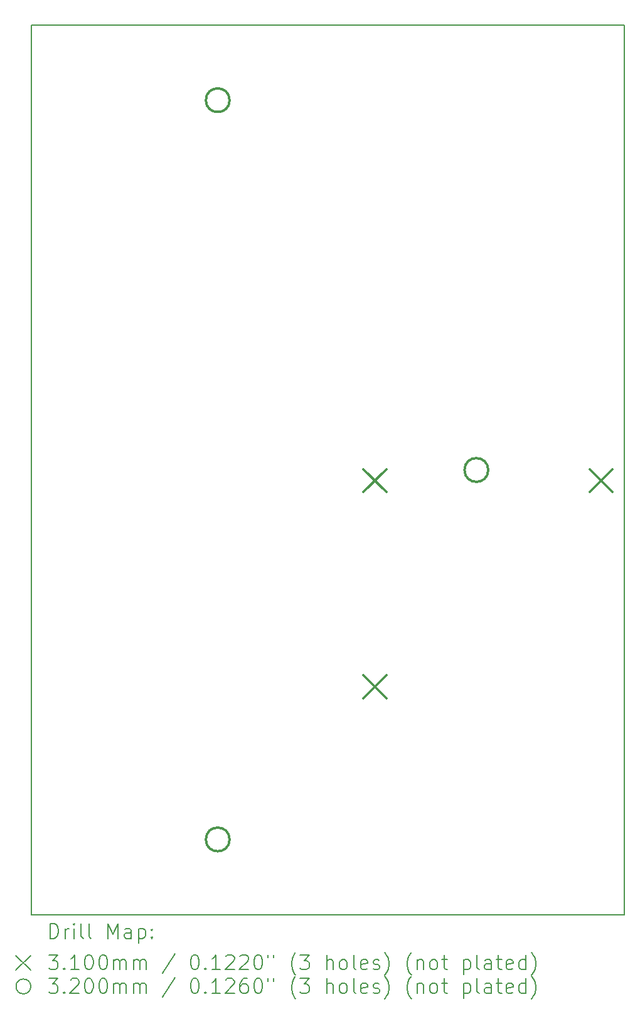
<source format=gbr>
%TF.GenerationSoftware,KiCad,Pcbnew,8.0.1*%
%TF.CreationDate,2024-06-28T04:06:24+07:00*%
%TF.ProjectId,kicad-weight-scale-6-ch,6b696361-642d-4776-9569-6768742d7363,rev?*%
%TF.SameCoordinates,Original*%
%TF.FileFunction,Drillmap*%
%TF.FilePolarity,Positive*%
%FSLAX45Y45*%
G04 Gerber Fmt 4.5, Leading zero omitted, Abs format (unit mm)*
G04 Created by KiCad (PCBNEW 8.0.1) date 2024-06-28 04:06:24*
%MOMM*%
%LPD*%
G01*
G04 APERTURE LIST*
%ADD10C,0.200000*%
%ADD11C,0.310000*%
%ADD12C,0.320000*%
G04 APERTURE END LIST*
D10*
X10388000Y-3354000D02*
X18388000Y-3354000D01*
X18388000Y-15354000D01*
X10388000Y-15354000D01*
X10388000Y-3354000D01*
D11*
X14867000Y-9345000D02*
X15177000Y-9655000D01*
X15177000Y-9345000D02*
X14867000Y-9655000D01*
X14867000Y-12125000D02*
X15177000Y-12435000D01*
X15177000Y-12125000D02*
X14867000Y-12435000D01*
X17917000Y-9345000D02*
X18227000Y-9655000D01*
X18227000Y-9345000D02*
X17917000Y-9655000D01*
D12*
X13060000Y-4365000D02*
G75*
G02*
X12740000Y-4365000I-160000J0D01*
G01*
X12740000Y-4365000D02*
G75*
G02*
X13060000Y-4365000I160000J0D01*
G01*
X13060000Y-14340000D02*
G75*
G02*
X12740000Y-14340000I-160000J0D01*
G01*
X12740000Y-14340000D02*
G75*
G02*
X13060000Y-14340000I160000J0D01*
G01*
X16550000Y-9355000D02*
G75*
G02*
X16230000Y-9355000I-160000J0D01*
G01*
X16230000Y-9355000D02*
G75*
G02*
X16550000Y-9355000I160000J0D01*
G01*
D10*
X10638777Y-15675484D02*
X10638777Y-15475484D01*
X10638777Y-15475484D02*
X10686396Y-15475484D01*
X10686396Y-15475484D02*
X10714967Y-15485008D01*
X10714967Y-15485008D02*
X10734015Y-15504055D01*
X10734015Y-15504055D02*
X10743539Y-15523103D01*
X10743539Y-15523103D02*
X10753063Y-15561198D01*
X10753063Y-15561198D02*
X10753063Y-15589769D01*
X10753063Y-15589769D02*
X10743539Y-15627865D01*
X10743539Y-15627865D02*
X10734015Y-15646912D01*
X10734015Y-15646912D02*
X10714967Y-15665960D01*
X10714967Y-15665960D02*
X10686396Y-15675484D01*
X10686396Y-15675484D02*
X10638777Y-15675484D01*
X10838777Y-15675484D02*
X10838777Y-15542150D01*
X10838777Y-15580246D02*
X10848301Y-15561198D01*
X10848301Y-15561198D02*
X10857824Y-15551674D01*
X10857824Y-15551674D02*
X10876872Y-15542150D01*
X10876872Y-15542150D02*
X10895920Y-15542150D01*
X10962586Y-15675484D02*
X10962586Y-15542150D01*
X10962586Y-15475484D02*
X10953063Y-15485008D01*
X10953063Y-15485008D02*
X10962586Y-15494531D01*
X10962586Y-15494531D02*
X10972110Y-15485008D01*
X10972110Y-15485008D02*
X10962586Y-15475484D01*
X10962586Y-15475484D02*
X10962586Y-15494531D01*
X11086396Y-15675484D02*
X11067348Y-15665960D01*
X11067348Y-15665960D02*
X11057824Y-15646912D01*
X11057824Y-15646912D02*
X11057824Y-15475484D01*
X11191158Y-15675484D02*
X11172110Y-15665960D01*
X11172110Y-15665960D02*
X11162586Y-15646912D01*
X11162586Y-15646912D02*
X11162586Y-15475484D01*
X11419729Y-15675484D02*
X11419729Y-15475484D01*
X11419729Y-15475484D02*
X11486396Y-15618341D01*
X11486396Y-15618341D02*
X11553062Y-15475484D01*
X11553062Y-15475484D02*
X11553062Y-15675484D01*
X11734015Y-15675484D02*
X11734015Y-15570722D01*
X11734015Y-15570722D02*
X11724491Y-15551674D01*
X11724491Y-15551674D02*
X11705443Y-15542150D01*
X11705443Y-15542150D02*
X11667348Y-15542150D01*
X11667348Y-15542150D02*
X11648301Y-15551674D01*
X11734015Y-15665960D02*
X11714967Y-15675484D01*
X11714967Y-15675484D02*
X11667348Y-15675484D01*
X11667348Y-15675484D02*
X11648301Y-15665960D01*
X11648301Y-15665960D02*
X11638777Y-15646912D01*
X11638777Y-15646912D02*
X11638777Y-15627865D01*
X11638777Y-15627865D02*
X11648301Y-15608817D01*
X11648301Y-15608817D02*
X11667348Y-15599293D01*
X11667348Y-15599293D02*
X11714967Y-15599293D01*
X11714967Y-15599293D02*
X11734015Y-15589769D01*
X11829253Y-15542150D02*
X11829253Y-15742150D01*
X11829253Y-15551674D02*
X11848301Y-15542150D01*
X11848301Y-15542150D02*
X11886396Y-15542150D01*
X11886396Y-15542150D02*
X11905443Y-15551674D01*
X11905443Y-15551674D02*
X11914967Y-15561198D01*
X11914967Y-15561198D02*
X11924491Y-15580246D01*
X11924491Y-15580246D02*
X11924491Y-15637388D01*
X11924491Y-15637388D02*
X11914967Y-15656436D01*
X11914967Y-15656436D02*
X11905443Y-15665960D01*
X11905443Y-15665960D02*
X11886396Y-15675484D01*
X11886396Y-15675484D02*
X11848301Y-15675484D01*
X11848301Y-15675484D02*
X11829253Y-15665960D01*
X12010205Y-15656436D02*
X12019729Y-15665960D01*
X12019729Y-15665960D02*
X12010205Y-15675484D01*
X12010205Y-15675484D02*
X12000682Y-15665960D01*
X12000682Y-15665960D02*
X12010205Y-15656436D01*
X12010205Y-15656436D02*
X12010205Y-15675484D01*
X12010205Y-15551674D02*
X12019729Y-15561198D01*
X12019729Y-15561198D02*
X12010205Y-15570722D01*
X12010205Y-15570722D02*
X12000682Y-15561198D01*
X12000682Y-15561198D02*
X12010205Y-15551674D01*
X12010205Y-15551674D02*
X12010205Y-15570722D01*
X10178000Y-15904000D02*
X10378000Y-16104000D01*
X10378000Y-15904000D02*
X10178000Y-16104000D01*
X10619729Y-15895484D02*
X10743539Y-15895484D01*
X10743539Y-15895484D02*
X10676872Y-15971674D01*
X10676872Y-15971674D02*
X10705444Y-15971674D01*
X10705444Y-15971674D02*
X10724491Y-15981198D01*
X10724491Y-15981198D02*
X10734015Y-15990722D01*
X10734015Y-15990722D02*
X10743539Y-16009769D01*
X10743539Y-16009769D02*
X10743539Y-16057388D01*
X10743539Y-16057388D02*
X10734015Y-16076436D01*
X10734015Y-16076436D02*
X10724491Y-16085960D01*
X10724491Y-16085960D02*
X10705444Y-16095484D01*
X10705444Y-16095484D02*
X10648301Y-16095484D01*
X10648301Y-16095484D02*
X10629253Y-16085960D01*
X10629253Y-16085960D02*
X10619729Y-16076436D01*
X10829253Y-16076436D02*
X10838777Y-16085960D01*
X10838777Y-16085960D02*
X10829253Y-16095484D01*
X10829253Y-16095484D02*
X10819729Y-16085960D01*
X10819729Y-16085960D02*
X10829253Y-16076436D01*
X10829253Y-16076436D02*
X10829253Y-16095484D01*
X11029253Y-16095484D02*
X10914967Y-16095484D01*
X10972110Y-16095484D02*
X10972110Y-15895484D01*
X10972110Y-15895484D02*
X10953063Y-15924055D01*
X10953063Y-15924055D02*
X10934015Y-15943103D01*
X10934015Y-15943103D02*
X10914967Y-15952627D01*
X11153063Y-15895484D02*
X11172110Y-15895484D01*
X11172110Y-15895484D02*
X11191158Y-15905008D01*
X11191158Y-15905008D02*
X11200682Y-15914531D01*
X11200682Y-15914531D02*
X11210205Y-15933579D01*
X11210205Y-15933579D02*
X11219729Y-15971674D01*
X11219729Y-15971674D02*
X11219729Y-16019293D01*
X11219729Y-16019293D02*
X11210205Y-16057388D01*
X11210205Y-16057388D02*
X11200682Y-16076436D01*
X11200682Y-16076436D02*
X11191158Y-16085960D01*
X11191158Y-16085960D02*
X11172110Y-16095484D01*
X11172110Y-16095484D02*
X11153063Y-16095484D01*
X11153063Y-16095484D02*
X11134015Y-16085960D01*
X11134015Y-16085960D02*
X11124491Y-16076436D01*
X11124491Y-16076436D02*
X11114967Y-16057388D01*
X11114967Y-16057388D02*
X11105444Y-16019293D01*
X11105444Y-16019293D02*
X11105444Y-15971674D01*
X11105444Y-15971674D02*
X11114967Y-15933579D01*
X11114967Y-15933579D02*
X11124491Y-15914531D01*
X11124491Y-15914531D02*
X11134015Y-15905008D01*
X11134015Y-15905008D02*
X11153063Y-15895484D01*
X11343539Y-15895484D02*
X11362586Y-15895484D01*
X11362586Y-15895484D02*
X11381634Y-15905008D01*
X11381634Y-15905008D02*
X11391158Y-15914531D01*
X11391158Y-15914531D02*
X11400682Y-15933579D01*
X11400682Y-15933579D02*
X11410205Y-15971674D01*
X11410205Y-15971674D02*
X11410205Y-16019293D01*
X11410205Y-16019293D02*
X11400682Y-16057388D01*
X11400682Y-16057388D02*
X11391158Y-16076436D01*
X11391158Y-16076436D02*
X11381634Y-16085960D01*
X11381634Y-16085960D02*
X11362586Y-16095484D01*
X11362586Y-16095484D02*
X11343539Y-16095484D01*
X11343539Y-16095484D02*
X11324491Y-16085960D01*
X11324491Y-16085960D02*
X11314967Y-16076436D01*
X11314967Y-16076436D02*
X11305443Y-16057388D01*
X11305443Y-16057388D02*
X11295920Y-16019293D01*
X11295920Y-16019293D02*
X11295920Y-15971674D01*
X11295920Y-15971674D02*
X11305443Y-15933579D01*
X11305443Y-15933579D02*
X11314967Y-15914531D01*
X11314967Y-15914531D02*
X11324491Y-15905008D01*
X11324491Y-15905008D02*
X11343539Y-15895484D01*
X11495920Y-16095484D02*
X11495920Y-15962150D01*
X11495920Y-15981198D02*
X11505443Y-15971674D01*
X11505443Y-15971674D02*
X11524491Y-15962150D01*
X11524491Y-15962150D02*
X11553063Y-15962150D01*
X11553063Y-15962150D02*
X11572110Y-15971674D01*
X11572110Y-15971674D02*
X11581634Y-15990722D01*
X11581634Y-15990722D02*
X11581634Y-16095484D01*
X11581634Y-15990722D02*
X11591158Y-15971674D01*
X11591158Y-15971674D02*
X11610205Y-15962150D01*
X11610205Y-15962150D02*
X11638777Y-15962150D01*
X11638777Y-15962150D02*
X11657824Y-15971674D01*
X11657824Y-15971674D02*
X11667348Y-15990722D01*
X11667348Y-15990722D02*
X11667348Y-16095484D01*
X11762586Y-16095484D02*
X11762586Y-15962150D01*
X11762586Y-15981198D02*
X11772110Y-15971674D01*
X11772110Y-15971674D02*
X11791158Y-15962150D01*
X11791158Y-15962150D02*
X11819729Y-15962150D01*
X11819729Y-15962150D02*
X11838777Y-15971674D01*
X11838777Y-15971674D02*
X11848301Y-15990722D01*
X11848301Y-15990722D02*
X11848301Y-16095484D01*
X11848301Y-15990722D02*
X11857824Y-15971674D01*
X11857824Y-15971674D02*
X11876872Y-15962150D01*
X11876872Y-15962150D02*
X11905443Y-15962150D01*
X11905443Y-15962150D02*
X11924491Y-15971674D01*
X11924491Y-15971674D02*
X11934015Y-15990722D01*
X11934015Y-15990722D02*
X11934015Y-16095484D01*
X12324491Y-15885960D02*
X12153063Y-16143103D01*
X12581634Y-15895484D02*
X12600682Y-15895484D01*
X12600682Y-15895484D02*
X12619729Y-15905008D01*
X12619729Y-15905008D02*
X12629253Y-15914531D01*
X12629253Y-15914531D02*
X12638777Y-15933579D01*
X12638777Y-15933579D02*
X12648301Y-15971674D01*
X12648301Y-15971674D02*
X12648301Y-16019293D01*
X12648301Y-16019293D02*
X12638777Y-16057388D01*
X12638777Y-16057388D02*
X12629253Y-16076436D01*
X12629253Y-16076436D02*
X12619729Y-16085960D01*
X12619729Y-16085960D02*
X12600682Y-16095484D01*
X12600682Y-16095484D02*
X12581634Y-16095484D01*
X12581634Y-16095484D02*
X12562586Y-16085960D01*
X12562586Y-16085960D02*
X12553063Y-16076436D01*
X12553063Y-16076436D02*
X12543539Y-16057388D01*
X12543539Y-16057388D02*
X12534015Y-16019293D01*
X12534015Y-16019293D02*
X12534015Y-15971674D01*
X12534015Y-15971674D02*
X12543539Y-15933579D01*
X12543539Y-15933579D02*
X12553063Y-15914531D01*
X12553063Y-15914531D02*
X12562586Y-15905008D01*
X12562586Y-15905008D02*
X12581634Y-15895484D01*
X12734015Y-16076436D02*
X12743539Y-16085960D01*
X12743539Y-16085960D02*
X12734015Y-16095484D01*
X12734015Y-16095484D02*
X12724491Y-16085960D01*
X12724491Y-16085960D02*
X12734015Y-16076436D01*
X12734015Y-16076436D02*
X12734015Y-16095484D01*
X12934015Y-16095484D02*
X12819729Y-16095484D01*
X12876872Y-16095484D02*
X12876872Y-15895484D01*
X12876872Y-15895484D02*
X12857825Y-15924055D01*
X12857825Y-15924055D02*
X12838777Y-15943103D01*
X12838777Y-15943103D02*
X12819729Y-15952627D01*
X13010206Y-15914531D02*
X13019729Y-15905008D01*
X13019729Y-15905008D02*
X13038777Y-15895484D01*
X13038777Y-15895484D02*
X13086396Y-15895484D01*
X13086396Y-15895484D02*
X13105444Y-15905008D01*
X13105444Y-15905008D02*
X13114967Y-15914531D01*
X13114967Y-15914531D02*
X13124491Y-15933579D01*
X13124491Y-15933579D02*
X13124491Y-15952627D01*
X13124491Y-15952627D02*
X13114967Y-15981198D01*
X13114967Y-15981198D02*
X13000682Y-16095484D01*
X13000682Y-16095484D02*
X13124491Y-16095484D01*
X13200682Y-15914531D02*
X13210206Y-15905008D01*
X13210206Y-15905008D02*
X13229253Y-15895484D01*
X13229253Y-15895484D02*
X13276872Y-15895484D01*
X13276872Y-15895484D02*
X13295920Y-15905008D01*
X13295920Y-15905008D02*
X13305444Y-15914531D01*
X13305444Y-15914531D02*
X13314967Y-15933579D01*
X13314967Y-15933579D02*
X13314967Y-15952627D01*
X13314967Y-15952627D02*
X13305444Y-15981198D01*
X13305444Y-15981198D02*
X13191158Y-16095484D01*
X13191158Y-16095484D02*
X13314967Y-16095484D01*
X13438777Y-15895484D02*
X13457825Y-15895484D01*
X13457825Y-15895484D02*
X13476872Y-15905008D01*
X13476872Y-15905008D02*
X13486396Y-15914531D01*
X13486396Y-15914531D02*
X13495920Y-15933579D01*
X13495920Y-15933579D02*
X13505444Y-15971674D01*
X13505444Y-15971674D02*
X13505444Y-16019293D01*
X13505444Y-16019293D02*
X13495920Y-16057388D01*
X13495920Y-16057388D02*
X13486396Y-16076436D01*
X13486396Y-16076436D02*
X13476872Y-16085960D01*
X13476872Y-16085960D02*
X13457825Y-16095484D01*
X13457825Y-16095484D02*
X13438777Y-16095484D01*
X13438777Y-16095484D02*
X13419729Y-16085960D01*
X13419729Y-16085960D02*
X13410206Y-16076436D01*
X13410206Y-16076436D02*
X13400682Y-16057388D01*
X13400682Y-16057388D02*
X13391158Y-16019293D01*
X13391158Y-16019293D02*
X13391158Y-15971674D01*
X13391158Y-15971674D02*
X13400682Y-15933579D01*
X13400682Y-15933579D02*
X13410206Y-15914531D01*
X13410206Y-15914531D02*
X13419729Y-15905008D01*
X13419729Y-15905008D02*
X13438777Y-15895484D01*
X13581634Y-15895484D02*
X13581634Y-15933579D01*
X13657825Y-15895484D02*
X13657825Y-15933579D01*
X13953063Y-16171674D02*
X13943539Y-16162150D01*
X13943539Y-16162150D02*
X13924491Y-16133579D01*
X13924491Y-16133579D02*
X13914968Y-16114531D01*
X13914968Y-16114531D02*
X13905444Y-16085960D01*
X13905444Y-16085960D02*
X13895920Y-16038341D01*
X13895920Y-16038341D02*
X13895920Y-16000246D01*
X13895920Y-16000246D02*
X13905444Y-15952627D01*
X13905444Y-15952627D02*
X13914968Y-15924055D01*
X13914968Y-15924055D02*
X13924491Y-15905008D01*
X13924491Y-15905008D02*
X13943539Y-15876436D01*
X13943539Y-15876436D02*
X13953063Y-15866912D01*
X14010206Y-15895484D02*
X14134015Y-15895484D01*
X14134015Y-15895484D02*
X14067348Y-15971674D01*
X14067348Y-15971674D02*
X14095920Y-15971674D01*
X14095920Y-15971674D02*
X14114968Y-15981198D01*
X14114968Y-15981198D02*
X14124491Y-15990722D01*
X14124491Y-15990722D02*
X14134015Y-16009769D01*
X14134015Y-16009769D02*
X14134015Y-16057388D01*
X14134015Y-16057388D02*
X14124491Y-16076436D01*
X14124491Y-16076436D02*
X14114968Y-16085960D01*
X14114968Y-16085960D02*
X14095920Y-16095484D01*
X14095920Y-16095484D02*
X14038777Y-16095484D01*
X14038777Y-16095484D02*
X14019729Y-16085960D01*
X14019729Y-16085960D02*
X14010206Y-16076436D01*
X14372110Y-16095484D02*
X14372110Y-15895484D01*
X14457825Y-16095484D02*
X14457825Y-15990722D01*
X14457825Y-15990722D02*
X14448301Y-15971674D01*
X14448301Y-15971674D02*
X14429253Y-15962150D01*
X14429253Y-15962150D02*
X14400682Y-15962150D01*
X14400682Y-15962150D02*
X14381634Y-15971674D01*
X14381634Y-15971674D02*
X14372110Y-15981198D01*
X14581634Y-16095484D02*
X14562587Y-16085960D01*
X14562587Y-16085960D02*
X14553063Y-16076436D01*
X14553063Y-16076436D02*
X14543539Y-16057388D01*
X14543539Y-16057388D02*
X14543539Y-16000246D01*
X14543539Y-16000246D02*
X14553063Y-15981198D01*
X14553063Y-15981198D02*
X14562587Y-15971674D01*
X14562587Y-15971674D02*
X14581634Y-15962150D01*
X14581634Y-15962150D02*
X14610206Y-15962150D01*
X14610206Y-15962150D02*
X14629253Y-15971674D01*
X14629253Y-15971674D02*
X14638777Y-15981198D01*
X14638777Y-15981198D02*
X14648301Y-16000246D01*
X14648301Y-16000246D02*
X14648301Y-16057388D01*
X14648301Y-16057388D02*
X14638777Y-16076436D01*
X14638777Y-16076436D02*
X14629253Y-16085960D01*
X14629253Y-16085960D02*
X14610206Y-16095484D01*
X14610206Y-16095484D02*
X14581634Y-16095484D01*
X14762587Y-16095484D02*
X14743539Y-16085960D01*
X14743539Y-16085960D02*
X14734015Y-16066912D01*
X14734015Y-16066912D02*
X14734015Y-15895484D01*
X14914968Y-16085960D02*
X14895920Y-16095484D01*
X14895920Y-16095484D02*
X14857825Y-16095484D01*
X14857825Y-16095484D02*
X14838777Y-16085960D01*
X14838777Y-16085960D02*
X14829253Y-16066912D01*
X14829253Y-16066912D02*
X14829253Y-15990722D01*
X14829253Y-15990722D02*
X14838777Y-15971674D01*
X14838777Y-15971674D02*
X14857825Y-15962150D01*
X14857825Y-15962150D02*
X14895920Y-15962150D01*
X14895920Y-15962150D02*
X14914968Y-15971674D01*
X14914968Y-15971674D02*
X14924491Y-15990722D01*
X14924491Y-15990722D02*
X14924491Y-16009769D01*
X14924491Y-16009769D02*
X14829253Y-16028817D01*
X15000682Y-16085960D02*
X15019730Y-16095484D01*
X15019730Y-16095484D02*
X15057825Y-16095484D01*
X15057825Y-16095484D02*
X15076872Y-16085960D01*
X15076872Y-16085960D02*
X15086396Y-16066912D01*
X15086396Y-16066912D02*
X15086396Y-16057388D01*
X15086396Y-16057388D02*
X15076872Y-16038341D01*
X15076872Y-16038341D02*
X15057825Y-16028817D01*
X15057825Y-16028817D02*
X15029253Y-16028817D01*
X15029253Y-16028817D02*
X15010206Y-16019293D01*
X15010206Y-16019293D02*
X15000682Y-16000246D01*
X15000682Y-16000246D02*
X15000682Y-15990722D01*
X15000682Y-15990722D02*
X15010206Y-15971674D01*
X15010206Y-15971674D02*
X15029253Y-15962150D01*
X15029253Y-15962150D02*
X15057825Y-15962150D01*
X15057825Y-15962150D02*
X15076872Y-15971674D01*
X15153063Y-16171674D02*
X15162587Y-16162150D01*
X15162587Y-16162150D02*
X15181634Y-16133579D01*
X15181634Y-16133579D02*
X15191158Y-16114531D01*
X15191158Y-16114531D02*
X15200682Y-16085960D01*
X15200682Y-16085960D02*
X15210206Y-16038341D01*
X15210206Y-16038341D02*
X15210206Y-16000246D01*
X15210206Y-16000246D02*
X15200682Y-15952627D01*
X15200682Y-15952627D02*
X15191158Y-15924055D01*
X15191158Y-15924055D02*
X15181634Y-15905008D01*
X15181634Y-15905008D02*
X15162587Y-15876436D01*
X15162587Y-15876436D02*
X15153063Y-15866912D01*
X15514968Y-16171674D02*
X15505444Y-16162150D01*
X15505444Y-16162150D02*
X15486396Y-16133579D01*
X15486396Y-16133579D02*
X15476872Y-16114531D01*
X15476872Y-16114531D02*
X15467349Y-16085960D01*
X15467349Y-16085960D02*
X15457825Y-16038341D01*
X15457825Y-16038341D02*
X15457825Y-16000246D01*
X15457825Y-16000246D02*
X15467349Y-15952627D01*
X15467349Y-15952627D02*
X15476872Y-15924055D01*
X15476872Y-15924055D02*
X15486396Y-15905008D01*
X15486396Y-15905008D02*
X15505444Y-15876436D01*
X15505444Y-15876436D02*
X15514968Y-15866912D01*
X15591158Y-15962150D02*
X15591158Y-16095484D01*
X15591158Y-15981198D02*
X15600682Y-15971674D01*
X15600682Y-15971674D02*
X15619730Y-15962150D01*
X15619730Y-15962150D02*
X15648301Y-15962150D01*
X15648301Y-15962150D02*
X15667349Y-15971674D01*
X15667349Y-15971674D02*
X15676872Y-15990722D01*
X15676872Y-15990722D02*
X15676872Y-16095484D01*
X15800682Y-16095484D02*
X15781634Y-16085960D01*
X15781634Y-16085960D02*
X15772111Y-16076436D01*
X15772111Y-16076436D02*
X15762587Y-16057388D01*
X15762587Y-16057388D02*
X15762587Y-16000246D01*
X15762587Y-16000246D02*
X15772111Y-15981198D01*
X15772111Y-15981198D02*
X15781634Y-15971674D01*
X15781634Y-15971674D02*
X15800682Y-15962150D01*
X15800682Y-15962150D02*
X15829253Y-15962150D01*
X15829253Y-15962150D02*
X15848301Y-15971674D01*
X15848301Y-15971674D02*
X15857825Y-15981198D01*
X15857825Y-15981198D02*
X15867349Y-16000246D01*
X15867349Y-16000246D02*
X15867349Y-16057388D01*
X15867349Y-16057388D02*
X15857825Y-16076436D01*
X15857825Y-16076436D02*
X15848301Y-16085960D01*
X15848301Y-16085960D02*
X15829253Y-16095484D01*
X15829253Y-16095484D02*
X15800682Y-16095484D01*
X15924492Y-15962150D02*
X16000682Y-15962150D01*
X15953063Y-15895484D02*
X15953063Y-16066912D01*
X15953063Y-16066912D02*
X15962587Y-16085960D01*
X15962587Y-16085960D02*
X15981634Y-16095484D01*
X15981634Y-16095484D02*
X16000682Y-16095484D01*
X16219730Y-15962150D02*
X16219730Y-16162150D01*
X16219730Y-15971674D02*
X16238777Y-15962150D01*
X16238777Y-15962150D02*
X16276873Y-15962150D01*
X16276873Y-15962150D02*
X16295920Y-15971674D01*
X16295920Y-15971674D02*
X16305444Y-15981198D01*
X16305444Y-15981198D02*
X16314968Y-16000246D01*
X16314968Y-16000246D02*
X16314968Y-16057388D01*
X16314968Y-16057388D02*
X16305444Y-16076436D01*
X16305444Y-16076436D02*
X16295920Y-16085960D01*
X16295920Y-16085960D02*
X16276873Y-16095484D01*
X16276873Y-16095484D02*
X16238777Y-16095484D01*
X16238777Y-16095484D02*
X16219730Y-16085960D01*
X16429253Y-16095484D02*
X16410206Y-16085960D01*
X16410206Y-16085960D02*
X16400682Y-16066912D01*
X16400682Y-16066912D02*
X16400682Y-15895484D01*
X16591158Y-16095484D02*
X16591158Y-15990722D01*
X16591158Y-15990722D02*
X16581634Y-15971674D01*
X16581634Y-15971674D02*
X16562587Y-15962150D01*
X16562587Y-15962150D02*
X16524492Y-15962150D01*
X16524492Y-15962150D02*
X16505444Y-15971674D01*
X16591158Y-16085960D02*
X16572111Y-16095484D01*
X16572111Y-16095484D02*
X16524492Y-16095484D01*
X16524492Y-16095484D02*
X16505444Y-16085960D01*
X16505444Y-16085960D02*
X16495920Y-16066912D01*
X16495920Y-16066912D02*
X16495920Y-16047865D01*
X16495920Y-16047865D02*
X16505444Y-16028817D01*
X16505444Y-16028817D02*
X16524492Y-16019293D01*
X16524492Y-16019293D02*
X16572111Y-16019293D01*
X16572111Y-16019293D02*
X16591158Y-16009769D01*
X16657825Y-15962150D02*
X16734015Y-15962150D01*
X16686396Y-15895484D02*
X16686396Y-16066912D01*
X16686396Y-16066912D02*
X16695920Y-16085960D01*
X16695920Y-16085960D02*
X16714968Y-16095484D01*
X16714968Y-16095484D02*
X16734015Y-16095484D01*
X16876873Y-16085960D02*
X16857825Y-16095484D01*
X16857825Y-16095484D02*
X16819730Y-16095484D01*
X16819730Y-16095484D02*
X16800682Y-16085960D01*
X16800682Y-16085960D02*
X16791158Y-16066912D01*
X16791158Y-16066912D02*
X16791158Y-15990722D01*
X16791158Y-15990722D02*
X16800682Y-15971674D01*
X16800682Y-15971674D02*
X16819730Y-15962150D01*
X16819730Y-15962150D02*
X16857825Y-15962150D01*
X16857825Y-15962150D02*
X16876873Y-15971674D01*
X16876873Y-15971674D02*
X16886396Y-15990722D01*
X16886396Y-15990722D02*
X16886396Y-16009769D01*
X16886396Y-16009769D02*
X16791158Y-16028817D01*
X17057825Y-16095484D02*
X17057825Y-15895484D01*
X17057825Y-16085960D02*
X17038777Y-16095484D01*
X17038777Y-16095484D02*
X17000682Y-16095484D01*
X17000682Y-16095484D02*
X16981635Y-16085960D01*
X16981635Y-16085960D02*
X16972111Y-16076436D01*
X16972111Y-16076436D02*
X16962587Y-16057388D01*
X16962587Y-16057388D02*
X16962587Y-16000246D01*
X16962587Y-16000246D02*
X16972111Y-15981198D01*
X16972111Y-15981198D02*
X16981635Y-15971674D01*
X16981635Y-15971674D02*
X17000682Y-15962150D01*
X17000682Y-15962150D02*
X17038777Y-15962150D01*
X17038777Y-15962150D02*
X17057825Y-15971674D01*
X17134016Y-16171674D02*
X17143539Y-16162150D01*
X17143539Y-16162150D02*
X17162587Y-16133579D01*
X17162587Y-16133579D02*
X17172111Y-16114531D01*
X17172111Y-16114531D02*
X17181635Y-16085960D01*
X17181635Y-16085960D02*
X17191158Y-16038341D01*
X17191158Y-16038341D02*
X17191158Y-16000246D01*
X17191158Y-16000246D02*
X17181635Y-15952627D01*
X17181635Y-15952627D02*
X17172111Y-15924055D01*
X17172111Y-15924055D02*
X17162587Y-15905008D01*
X17162587Y-15905008D02*
X17143539Y-15876436D01*
X17143539Y-15876436D02*
X17134016Y-15866912D01*
X10378000Y-16324000D02*
G75*
G02*
X10178000Y-16324000I-100000J0D01*
G01*
X10178000Y-16324000D02*
G75*
G02*
X10378000Y-16324000I100000J0D01*
G01*
X10619729Y-16215484D02*
X10743539Y-16215484D01*
X10743539Y-16215484D02*
X10676872Y-16291674D01*
X10676872Y-16291674D02*
X10705444Y-16291674D01*
X10705444Y-16291674D02*
X10724491Y-16301198D01*
X10724491Y-16301198D02*
X10734015Y-16310722D01*
X10734015Y-16310722D02*
X10743539Y-16329769D01*
X10743539Y-16329769D02*
X10743539Y-16377388D01*
X10743539Y-16377388D02*
X10734015Y-16396436D01*
X10734015Y-16396436D02*
X10724491Y-16405960D01*
X10724491Y-16405960D02*
X10705444Y-16415484D01*
X10705444Y-16415484D02*
X10648301Y-16415484D01*
X10648301Y-16415484D02*
X10629253Y-16405960D01*
X10629253Y-16405960D02*
X10619729Y-16396436D01*
X10829253Y-16396436D02*
X10838777Y-16405960D01*
X10838777Y-16405960D02*
X10829253Y-16415484D01*
X10829253Y-16415484D02*
X10819729Y-16405960D01*
X10819729Y-16405960D02*
X10829253Y-16396436D01*
X10829253Y-16396436D02*
X10829253Y-16415484D01*
X10914967Y-16234531D02*
X10924491Y-16225008D01*
X10924491Y-16225008D02*
X10943539Y-16215484D01*
X10943539Y-16215484D02*
X10991158Y-16215484D01*
X10991158Y-16215484D02*
X11010205Y-16225008D01*
X11010205Y-16225008D02*
X11019729Y-16234531D01*
X11019729Y-16234531D02*
X11029253Y-16253579D01*
X11029253Y-16253579D02*
X11029253Y-16272627D01*
X11029253Y-16272627D02*
X11019729Y-16301198D01*
X11019729Y-16301198D02*
X10905444Y-16415484D01*
X10905444Y-16415484D02*
X11029253Y-16415484D01*
X11153063Y-16215484D02*
X11172110Y-16215484D01*
X11172110Y-16215484D02*
X11191158Y-16225008D01*
X11191158Y-16225008D02*
X11200682Y-16234531D01*
X11200682Y-16234531D02*
X11210205Y-16253579D01*
X11210205Y-16253579D02*
X11219729Y-16291674D01*
X11219729Y-16291674D02*
X11219729Y-16339293D01*
X11219729Y-16339293D02*
X11210205Y-16377388D01*
X11210205Y-16377388D02*
X11200682Y-16396436D01*
X11200682Y-16396436D02*
X11191158Y-16405960D01*
X11191158Y-16405960D02*
X11172110Y-16415484D01*
X11172110Y-16415484D02*
X11153063Y-16415484D01*
X11153063Y-16415484D02*
X11134015Y-16405960D01*
X11134015Y-16405960D02*
X11124491Y-16396436D01*
X11124491Y-16396436D02*
X11114967Y-16377388D01*
X11114967Y-16377388D02*
X11105444Y-16339293D01*
X11105444Y-16339293D02*
X11105444Y-16291674D01*
X11105444Y-16291674D02*
X11114967Y-16253579D01*
X11114967Y-16253579D02*
X11124491Y-16234531D01*
X11124491Y-16234531D02*
X11134015Y-16225008D01*
X11134015Y-16225008D02*
X11153063Y-16215484D01*
X11343539Y-16215484D02*
X11362586Y-16215484D01*
X11362586Y-16215484D02*
X11381634Y-16225008D01*
X11381634Y-16225008D02*
X11391158Y-16234531D01*
X11391158Y-16234531D02*
X11400682Y-16253579D01*
X11400682Y-16253579D02*
X11410205Y-16291674D01*
X11410205Y-16291674D02*
X11410205Y-16339293D01*
X11410205Y-16339293D02*
X11400682Y-16377388D01*
X11400682Y-16377388D02*
X11391158Y-16396436D01*
X11391158Y-16396436D02*
X11381634Y-16405960D01*
X11381634Y-16405960D02*
X11362586Y-16415484D01*
X11362586Y-16415484D02*
X11343539Y-16415484D01*
X11343539Y-16415484D02*
X11324491Y-16405960D01*
X11324491Y-16405960D02*
X11314967Y-16396436D01*
X11314967Y-16396436D02*
X11305443Y-16377388D01*
X11305443Y-16377388D02*
X11295920Y-16339293D01*
X11295920Y-16339293D02*
X11295920Y-16291674D01*
X11295920Y-16291674D02*
X11305443Y-16253579D01*
X11305443Y-16253579D02*
X11314967Y-16234531D01*
X11314967Y-16234531D02*
X11324491Y-16225008D01*
X11324491Y-16225008D02*
X11343539Y-16215484D01*
X11495920Y-16415484D02*
X11495920Y-16282150D01*
X11495920Y-16301198D02*
X11505443Y-16291674D01*
X11505443Y-16291674D02*
X11524491Y-16282150D01*
X11524491Y-16282150D02*
X11553063Y-16282150D01*
X11553063Y-16282150D02*
X11572110Y-16291674D01*
X11572110Y-16291674D02*
X11581634Y-16310722D01*
X11581634Y-16310722D02*
X11581634Y-16415484D01*
X11581634Y-16310722D02*
X11591158Y-16291674D01*
X11591158Y-16291674D02*
X11610205Y-16282150D01*
X11610205Y-16282150D02*
X11638777Y-16282150D01*
X11638777Y-16282150D02*
X11657824Y-16291674D01*
X11657824Y-16291674D02*
X11667348Y-16310722D01*
X11667348Y-16310722D02*
X11667348Y-16415484D01*
X11762586Y-16415484D02*
X11762586Y-16282150D01*
X11762586Y-16301198D02*
X11772110Y-16291674D01*
X11772110Y-16291674D02*
X11791158Y-16282150D01*
X11791158Y-16282150D02*
X11819729Y-16282150D01*
X11819729Y-16282150D02*
X11838777Y-16291674D01*
X11838777Y-16291674D02*
X11848301Y-16310722D01*
X11848301Y-16310722D02*
X11848301Y-16415484D01*
X11848301Y-16310722D02*
X11857824Y-16291674D01*
X11857824Y-16291674D02*
X11876872Y-16282150D01*
X11876872Y-16282150D02*
X11905443Y-16282150D01*
X11905443Y-16282150D02*
X11924491Y-16291674D01*
X11924491Y-16291674D02*
X11934015Y-16310722D01*
X11934015Y-16310722D02*
X11934015Y-16415484D01*
X12324491Y-16205960D02*
X12153063Y-16463103D01*
X12581634Y-16215484D02*
X12600682Y-16215484D01*
X12600682Y-16215484D02*
X12619729Y-16225008D01*
X12619729Y-16225008D02*
X12629253Y-16234531D01*
X12629253Y-16234531D02*
X12638777Y-16253579D01*
X12638777Y-16253579D02*
X12648301Y-16291674D01*
X12648301Y-16291674D02*
X12648301Y-16339293D01*
X12648301Y-16339293D02*
X12638777Y-16377388D01*
X12638777Y-16377388D02*
X12629253Y-16396436D01*
X12629253Y-16396436D02*
X12619729Y-16405960D01*
X12619729Y-16405960D02*
X12600682Y-16415484D01*
X12600682Y-16415484D02*
X12581634Y-16415484D01*
X12581634Y-16415484D02*
X12562586Y-16405960D01*
X12562586Y-16405960D02*
X12553063Y-16396436D01*
X12553063Y-16396436D02*
X12543539Y-16377388D01*
X12543539Y-16377388D02*
X12534015Y-16339293D01*
X12534015Y-16339293D02*
X12534015Y-16291674D01*
X12534015Y-16291674D02*
X12543539Y-16253579D01*
X12543539Y-16253579D02*
X12553063Y-16234531D01*
X12553063Y-16234531D02*
X12562586Y-16225008D01*
X12562586Y-16225008D02*
X12581634Y-16215484D01*
X12734015Y-16396436D02*
X12743539Y-16405960D01*
X12743539Y-16405960D02*
X12734015Y-16415484D01*
X12734015Y-16415484D02*
X12724491Y-16405960D01*
X12724491Y-16405960D02*
X12734015Y-16396436D01*
X12734015Y-16396436D02*
X12734015Y-16415484D01*
X12934015Y-16415484D02*
X12819729Y-16415484D01*
X12876872Y-16415484D02*
X12876872Y-16215484D01*
X12876872Y-16215484D02*
X12857825Y-16244055D01*
X12857825Y-16244055D02*
X12838777Y-16263103D01*
X12838777Y-16263103D02*
X12819729Y-16272627D01*
X13010206Y-16234531D02*
X13019729Y-16225008D01*
X13019729Y-16225008D02*
X13038777Y-16215484D01*
X13038777Y-16215484D02*
X13086396Y-16215484D01*
X13086396Y-16215484D02*
X13105444Y-16225008D01*
X13105444Y-16225008D02*
X13114967Y-16234531D01*
X13114967Y-16234531D02*
X13124491Y-16253579D01*
X13124491Y-16253579D02*
X13124491Y-16272627D01*
X13124491Y-16272627D02*
X13114967Y-16301198D01*
X13114967Y-16301198D02*
X13000682Y-16415484D01*
X13000682Y-16415484D02*
X13124491Y-16415484D01*
X13295920Y-16215484D02*
X13257825Y-16215484D01*
X13257825Y-16215484D02*
X13238777Y-16225008D01*
X13238777Y-16225008D02*
X13229253Y-16234531D01*
X13229253Y-16234531D02*
X13210206Y-16263103D01*
X13210206Y-16263103D02*
X13200682Y-16301198D01*
X13200682Y-16301198D02*
X13200682Y-16377388D01*
X13200682Y-16377388D02*
X13210206Y-16396436D01*
X13210206Y-16396436D02*
X13219729Y-16405960D01*
X13219729Y-16405960D02*
X13238777Y-16415484D01*
X13238777Y-16415484D02*
X13276872Y-16415484D01*
X13276872Y-16415484D02*
X13295920Y-16405960D01*
X13295920Y-16405960D02*
X13305444Y-16396436D01*
X13305444Y-16396436D02*
X13314967Y-16377388D01*
X13314967Y-16377388D02*
X13314967Y-16329769D01*
X13314967Y-16329769D02*
X13305444Y-16310722D01*
X13305444Y-16310722D02*
X13295920Y-16301198D01*
X13295920Y-16301198D02*
X13276872Y-16291674D01*
X13276872Y-16291674D02*
X13238777Y-16291674D01*
X13238777Y-16291674D02*
X13219729Y-16301198D01*
X13219729Y-16301198D02*
X13210206Y-16310722D01*
X13210206Y-16310722D02*
X13200682Y-16329769D01*
X13438777Y-16215484D02*
X13457825Y-16215484D01*
X13457825Y-16215484D02*
X13476872Y-16225008D01*
X13476872Y-16225008D02*
X13486396Y-16234531D01*
X13486396Y-16234531D02*
X13495920Y-16253579D01*
X13495920Y-16253579D02*
X13505444Y-16291674D01*
X13505444Y-16291674D02*
X13505444Y-16339293D01*
X13505444Y-16339293D02*
X13495920Y-16377388D01*
X13495920Y-16377388D02*
X13486396Y-16396436D01*
X13486396Y-16396436D02*
X13476872Y-16405960D01*
X13476872Y-16405960D02*
X13457825Y-16415484D01*
X13457825Y-16415484D02*
X13438777Y-16415484D01*
X13438777Y-16415484D02*
X13419729Y-16405960D01*
X13419729Y-16405960D02*
X13410206Y-16396436D01*
X13410206Y-16396436D02*
X13400682Y-16377388D01*
X13400682Y-16377388D02*
X13391158Y-16339293D01*
X13391158Y-16339293D02*
X13391158Y-16291674D01*
X13391158Y-16291674D02*
X13400682Y-16253579D01*
X13400682Y-16253579D02*
X13410206Y-16234531D01*
X13410206Y-16234531D02*
X13419729Y-16225008D01*
X13419729Y-16225008D02*
X13438777Y-16215484D01*
X13581634Y-16215484D02*
X13581634Y-16253579D01*
X13657825Y-16215484D02*
X13657825Y-16253579D01*
X13953063Y-16491674D02*
X13943539Y-16482150D01*
X13943539Y-16482150D02*
X13924491Y-16453579D01*
X13924491Y-16453579D02*
X13914968Y-16434531D01*
X13914968Y-16434531D02*
X13905444Y-16405960D01*
X13905444Y-16405960D02*
X13895920Y-16358341D01*
X13895920Y-16358341D02*
X13895920Y-16320246D01*
X13895920Y-16320246D02*
X13905444Y-16272627D01*
X13905444Y-16272627D02*
X13914968Y-16244055D01*
X13914968Y-16244055D02*
X13924491Y-16225008D01*
X13924491Y-16225008D02*
X13943539Y-16196436D01*
X13943539Y-16196436D02*
X13953063Y-16186912D01*
X14010206Y-16215484D02*
X14134015Y-16215484D01*
X14134015Y-16215484D02*
X14067348Y-16291674D01*
X14067348Y-16291674D02*
X14095920Y-16291674D01*
X14095920Y-16291674D02*
X14114968Y-16301198D01*
X14114968Y-16301198D02*
X14124491Y-16310722D01*
X14124491Y-16310722D02*
X14134015Y-16329769D01*
X14134015Y-16329769D02*
X14134015Y-16377388D01*
X14134015Y-16377388D02*
X14124491Y-16396436D01*
X14124491Y-16396436D02*
X14114968Y-16405960D01*
X14114968Y-16405960D02*
X14095920Y-16415484D01*
X14095920Y-16415484D02*
X14038777Y-16415484D01*
X14038777Y-16415484D02*
X14019729Y-16405960D01*
X14019729Y-16405960D02*
X14010206Y-16396436D01*
X14372110Y-16415484D02*
X14372110Y-16215484D01*
X14457825Y-16415484D02*
X14457825Y-16310722D01*
X14457825Y-16310722D02*
X14448301Y-16291674D01*
X14448301Y-16291674D02*
X14429253Y-16282150D01*
X14429253Y-16282150D02*
X14400682Y-16282150D01*
X14400682Y-16282150D02*
X14381634Y-16291674D01*
X14381634Y-16291674D02*
X14372110Y-16301198D01*
X14581634Y-16415484D02*
X14562587Y-16405960D01*
X14562587Y-16405960D02*
X14553063Y-16396436D01*
X14553063Y-16396436D02*
X14543539Y-16377388D01*
X14543539Y-16377388D02*
X14543539Y-16320246D01*
X14543539Y-16320246D02*
X14553063Y-16301198D01*
X14553063Y-16301198D02*
X14562587Y-16291674D01*
X14562587Y-16291674D02*
X14581634Y-16282150D01*
X14581634Y-16282150D02*
X14610206Y-16282150D01*
X14610206Y-16282150D02*
X14629253Y-16291674D01*
X14629253Y-16291674D02*
X14638777Y-16301198D01*
X14638777Y-16301198D02*
X14648301Y-16320246D01*
X14648301Y-16320246D02*
X14648301Y-16377388D01*
X14648301Y-16377388D02*
X14638777Y-16396436D01*
X14638777Y-16396436D02*
X14629253Y-16405960D01*
X14629253Y-16405960D02*
X14610206Y-16415484D01*
X14610206Y-16415484D02*
X14581634Y-16415484D01*
X14762587Y-16415484D02*
X14743539Y-16405960D01*
X14743539Y-16405960D02*
X14734015Y-16386912D01*
X14734015Y-16386912D02*
X14734015Y-16215484D01*
X14914968Y-16405960D02*
X14895920Y-16415484D01*
X14895920Y-16415484D02*
X14857825Y-16415484D01*
X14857825Y-16415484D02*
X14838777Y-16405960D01*
X14838777Y-16405960D02*
X14829253Y-16386912D01*
X14829253Y-16386912D02*
X14829253Y-16310722D01*
X14829253Y-16310722D02*
X14838777Y-16291674D01*
X14838777Y-16291674D02*
X14857825Y-16282150D01*
X14857825Y-16282150D02*
X14895920Y-16282150D01*
X14895920Y-16282150D02*
X14914968Y-16291674D01*
X14914968Y-16291674D02*
X14924491Y-16310722D01*
X14924491Y-16310722D02*
X14924491Y-16329769D01*
X14924491Y-16329769D02*
X14829253Y-16348817D01*
X15000682Y-16405960D02*
X15019730Y-16415484D01*
X15019730Y-16415484D02*
X15057825Y-16415484D01*
X15057825Y-16415484D02*
X15076872Y-16405960D01*
X15076872Y-16405960D02*
X15086396Y-16386912D01*
X15086396Y-16386912D02*
X15086396Y-16377388D01*
X15086396Y-16377388D02*
X15076872Y-16358341D01*
X15076872Y-16358341D02*
X15057825Y-16348817D01*
X15057825Y-16348817D02*
X15029253Y-16348817D01*
X15029253Y-16348817D02*
X15010206Y-16339293D01*
X15010206Y-16339293D02*
X15000682Y-16320246D01*
X15000682Y-16320246D02*
X15000682Y-16310722D01*
X15000682Y-16310722D02*
X15010206Y-16291674D01*
X15010206Y-16291674D02*
X15029253Y-16282150D01*
X15029253Y-16282150D02*
X15057825Y-16282150D01*
X15057825Y-16282150D02*
X15076872Y-16291674D01*
X15153063Y-16491674D02*
X15162587Y-16482150D01*
X15162587Y-16482150D02*
X15181634Y-16453579D01*
X15181634Y-16453579D02*
X15191158Y-16434531D01*
X15191158Y-16434531D02*
X15200682Y-16405960D01*
X15200682Y-16405960D02*
X15210206Y-16358341D01*
X15210206Y-16358341D02*
X15210206Y-16320246D01*
X15210206Y-16320246D02*
X15200682Y-16272627D01*
X15200682Y-16272627D02*
X15191158Y-16244055D01*
X15191158Y-16244055D02*
X15181634Y-16225008D01*
X15181634Y-16225008D02*
X15162587Y-16196436D01*
X15162587Y-16196436D02*
X15153063Y-16186912D01*
X15514968Y-16491674D02*
X15505444Y-16482150D01*
X15505444Y-16482150D02*
X15486396Y-16453579D01*
X15486396Y-16453579D02*
X15476872Y-16434531D01*
X15476872Y-16434531D02*
X15467349Y-16405960D01*
X15467349Y-16405960D02*
X15457825Y-16358341D01*
X15457825Y-16358341D02*
X15457825Y-16320246D01*
X15457825Y-16320246D02*
X15467349Y-16272627D01*
X15467349Y-16272627D02*
X15476872Y-16244055D01*
X15476872Y-16244055D02*
X15486396Y-16225008D01*
X15486396Y-16225008D02*
X15505444Y-16196436D01*
X15505444Y-16196436D02*
X15514968Y-16186912D01*
X15591158Y-16282150D02*
X15591158Y-16415484D01*
X15591158Y-16301198D02*
X15600682Y-16291674D01*
X15600682Y-16291674D02*
X15619730Y-16282150D01*
X15619730Y-16282150D02*
X15648301Y-16282150D01*
X15648301Y-16282150D02*
X15667349Y-16291674D01*
X15667349Y-16291674D02*
X15676872Y-16310722D01*
X15676872Y-16310722D02*
X15676872Y-16415484D01*
X15800682Y-16415484D02*
X15781634Y-16405960D01*
X15781634Y-16405960D02*
X15772111Y-16396436D01*
X15772111Y-16396436D02*
X15762587Y-16377388D01*
X15762587Y-16377388D02*
X15762587Y-16320246D01*
X15762587Y-16320246D02*
X15772111Y-16301198D01*
X15772111Y-16301198D02*
X15781634Y-16291674D01*
X15781634Y-16291674D02*
X15800682Y-16282150D01*
X15800682Y-16282150D02*
X15829253Y-16282150D01*
X15829253Y-16282150D02*
X15848301Y-16291674D01*
X15848301Y-16291674D02*
X15857825Y-16301198D01*
X15857825Y-16301198D02*
X15867349Y-16320246D01*
X15867349Y-16320246D02*
X15867349Y-16377388D01*
X15867349Y-16377388D02*
X15857825Y-16396436D01*
X15857825Y-16396436D02*
X15848301Y-16405960D01*
X15848301Y-16405960D02*
X15829253Y-16415484D01*
X15829253Y-16415484D02*
X15800682Y-16415484D01*
X15924492Y-16282150D02*
X16000682Y-16282150D01*
X15953063Y-16215484D02*
X15953063Y-16386912D01*
X15953063Y-16386912D02*
X15962587Y-16405960D01*
X15962587Y-16405960D02*
X15981634Y-16415484D01*
X15981634Y-16415484D02*
X16000682Y-16415484D01*
X16219730Y-16282150D02*
X16219730Y-16482150D01*
X16219730Y-16291674D02*
X16238777Y-16282150D01*
X16238777Y-16282150D02*
X16276873Y-16282150D01*
X16276873Y-16282150D02*
X16295920Y-16291674D01*
X16295920Y-16291674D02*
X16305444Y-16301198D01*
X16305444Y-16301198D02*
X16314968Y-16320246D01*
X16314968Y-16320246D02*
X16314968Y-16377388D01*
X16314968Y-16377388D02*
X16305444Y-16396436D01*
X16305444Y-16396436D02*
X16295920Y-16405960D01*
X16295920Y-16405960D02*
X16276873Y-16415484D01*
X16276873Y-16415484D02*
X16238777Y-16415484D01*
X16238777Y-16415484D02*
X16219730Y-16405960D01*
X16429253Y-16415484D02*
X16410206Y-16405960D01*
X16410206Y-16405960D02*
X16400682Y-16386912D01*
X16400682Y-16386912D02*
X16400682Y-16215484D01*
X16591158Y-16415484D02*
X16591158Y-16310722D01*
X16591158Y-16310722D02*
X16581634Y-16291674D01*
X16581634Y-16291674D02*
X16562587Y-16282150D01*
X16562587Y-16282150D02*
X16524492Y-16282150D01*
X16524492Y-16282150D02*
X16505444Y-16291674D01*
X16591158Y-16405960D02*
X16572111Y-16415484D01*
X16572111Y-16415484D02*
X16524492Y-16415484D01*
X16524492Y-16415484D02*
X16505444Y-16405960D01*
X16505444Y-16405960D02*
X16495920Y-16386912D01*
X16495920Y-16386912D02*
X16495920Y-16367865D01*
X16495920Y-16367865D02*
X16505444Y-16348817D01*
X16505444Y-16348817D02*
X16524492Y-16339293D01*
X16524492Y-16339293D02*
X16572111Y-16339293D01*
X16572111Y-16339293D02*
X16591158Y-16329769D01*
X16657825Y-16282150D02*
X16734015Y-16282150D01*
X16686396Y-16215484D02*
X16686396Y-16386912D01*
X16686396Y-16386912D02*
X16695920Y-16405960D01*
X16695920Y-16405960D02*
X16714968Y-16415484D01*
X16714968Y-16415484D02*
X16734015Y-16415484D01*
X16876873Y-16405960D02*
X16857825Y-16415484D01*
X16857825Y-16415484D02*
X16819730Y-16415484D01*
X16819730Y-16415484D02*
X16800682Y-16405960D01*
X16800682Y-16405960D02*
X16791158Y-16386912D01*
X16791158Y-16386912D02*
X16791158Y-16310722D01*
X16791158Y-16310722D02*
X16800682Y-16291674D01*
X16800682Y-16291674D02*
X16819730Y-16282150D01*
X16819730Y-16282150D02*
X16857825Y-16282150D01*
X16857825Y-16282150D02*
X16876873Y-16291674D01*
X16876873Y-16291674D02*
X16886396Y-16310722D01*
X16886396Y-16310722D02*
X16886396Y-16329769D01*
X16886396Y-16329769D02*
X16791158Y-16348817D01*
X17057825Y-16415484D02*
X17057825Y-16215484D01*
X17057825Y-16405960D02*
X17038777Y-16415484D01*
X17038777Y-16415484D02*
X17000682Y-16415484D01*
X17000682Y-16415484D02*
X16981635Y-16405960D01*
X16981635Y-16405960D02*
X16972111Y-16396436D01*
X16972111Y-16396436D02*
X16962587Y-16377388D01*
X16962587Y-16377388D02*
X16962587Y-16320246D01*
X16962587Y-16320246D02*
X16972111Y-16301198D01*
X16972111Y-16301198D02*
X16981635Y-16291674D01*
X16981635Y-16291674D02*
X17000682Y-16282150D01*
X17000682Y-16282150D02*
X17038777Y-16282150D01*
X17038777Y-16282150D02*
X17057825Y-16291674D01*
X17134016Y-16491674D02*
X17143539Y-16482150D01*
X17143539Y-16482150D02*
X17162587Y-16453579D01*
X17162587Y-16453579D02*
X17172111Y-16434531D01*
X17172111Y-16434531D02*
X17181635Y-16405960D01*
X17181635Y-16405960D02*
X17191158Y-16358341D01*
X17191158Y-16358341D02*
X17191158Y-16320246D01*
X17191158Y-16320246D02*
X17181635Y-16272627D01*
X17181635Y-16272627D02*
X17172111Y-16244055D01*
X17172111Y-16244055D02*
X17162587Y-16225008D01*
X17162587Y-16225008D02*
X17143539Y-16196436D01*
X17143539Y-16196436D02*
X17134016Y-16186912D01*
M02*

</source>
